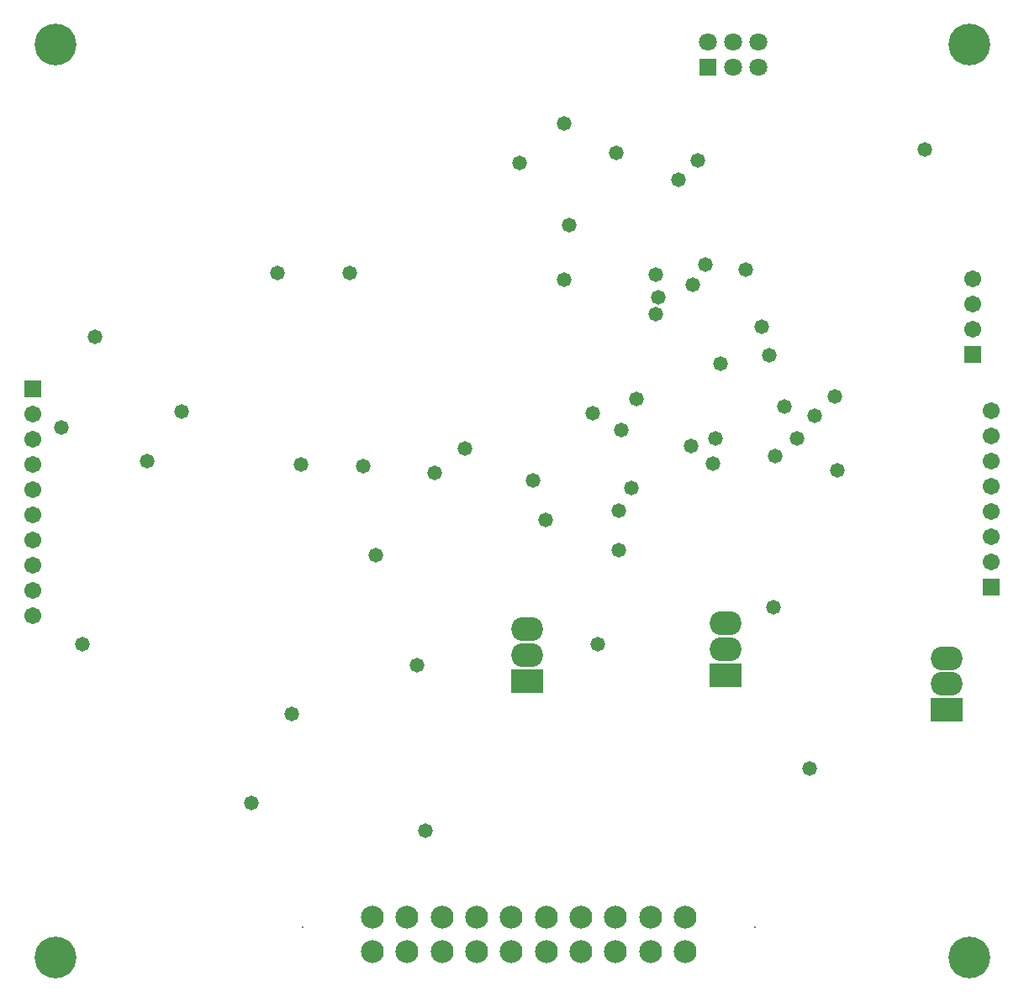
<source format=gbs>
G04*
G04 #@! TF.GenerationSoftware,Altium Limited,Altium Designer,18.0.11 (651)*
G04*
G04 Layer_Color=16711935*
%FSLAX25Y25*%
%MOIN*%
G70*
G01*
G75*
%ADD72C,0.06706*%
%ADD73R,0.06706X0.06706*%
%ADD74C,0.00800*%
%ADD75C,0.09068*%
%ADD76O,0.12611X0.09658*%
%ADD77R,0.12611X0.09658*%
%ADD78R,0.07099X0.07099*%
%ADD79C,0.07099*%
%ADD80C,0.05800*%
%ADD81C,0.16548*%
D72*
X579232Y585098D02*
D03*
Y575098D02*
D03*
Y565098D02*
D03*
X586614Y472598D02*
D03*
Y482598D02*
D03*
Y492598D02*
D03*
Y502598D02*
D03*
Y512598D02*
D03*
Y522598D02*
D03*
Y532598D02*
D03*
X206693Y521339D02*
D03*
Y451339D02*
D03*
Y461339D02*
D03*
Y471339D02*
D03*
Y481339D02*
D03*
Y491339D02*
D03*
Y501339D02*
D03*
Y511339D02*
D03*
Y531339D02*
D03*
D73*
X579232Y555098D02*
D03*
X586614Y462598D02*
D03*
X206693Y541339D02*
D03*
D74*
X492913Y327559D02*
D03*
X313779D02*
D03*
D75*
X465354Y317874D02*
D03*
X451575D02*
D03*
X437795D02*
D03*
X424016D02*
D03*
X410236D02*
D03*
X396457D02*
D03*
X382677D02*
D03*
X368898D02*
D03*
X355118D02*
D03*
X341339D02*
D03*
Y331653D02*
D03*
X465354D02*
D03*
X451575D02*
D03*
X437795D02*
D03*
X424016D02*
D03*
X410236D02*
D03*
X396457D02*
D03*
X382677D02*
D03*
X368898D02*
D03*
X355118D02*
D03*
D76*
X481299Y448189D02*
D03*
Y437992D02*
D03*
X402559Y445866D02*
D03*
Y435669D02*
D03*
X568898Y434410D02*
D03*
Y424213D02*
D03*
D77*
X481299Y427795D02*
D03*
X402559Y425472D02*
D03*
X568898Y414016D02*
D03*
D78*
X474252Y669134D02*
D03*
D79*
X484252D02*
D03*
X494252D02*
D03*
Y679134D02*
D03*
X484252D02*
D03*
X474252D02*
D03*
D80*
X312992Y511319D02*
D03*
X560236Y636319D02*
D03*
X218012Y526083D02*
D03*
X358858Y431595D02*
D03*
X410039Y489272D02*
D03*
X430807Y440158D02*
D03*
X500394Y454823D02*
D03*
X404921Y505020D02*
D03*
X440158Y524902D02*
D03*
X428543Y531791D02*
D03*
X479429Y551279D02*
D03*
X504528Y534350D02*
D03*
X509744Y521654D02*
D03*
X495571Y566043D02*
D03*
X498622Y554528D02*
D03*
X293307Y376969D02*
D03*
X438976Y477362D02*
D03*
X514764Y390748D02*
D03*
X525591Y508858D02*
D03*
X366142Y507874D02*
D03*
X251969Y512795D02*
D03*
X443898Y501968D02*
D03*
X438976Y493110D02*
D03*
X500984Y514764D02*
D03*
X476377Y511810D02*
D03*
X467519Y518700D02*
D03*
X377953Y517717D02*
D03*
X445866Y537402D02*
D03*
X516732Y530512D02*
D03*
X477362Y521654D02*
D03*
X489173Y588583D02*
D03*
X470472Y631890D02*
D03*
X524606Y538386D02*
D03*
X362205Y366142D02*
D03*
X342520Y475394D02*
D03*
X309252Y412205D02*
D03*
X226378Y439961D02*
D03*
X417323Y584646D02*
D03*
X419291Y606299D02*
D03*
X468504Y582677D02*
D03*
X473425Y590551D02*
D03*
X453740Y570866D02*
D03*
X454724Y577756D02*
D03*
X453740Y586614D02*
D03*
X303543Y587205D02*
D03*
X332480Y587402D02*
D03*
X437992Y634842D02*
D03*
X417323Y646654D02*
D03*
X399606Y630905D02*
D03*
X462598Y624409D02*
D03*
X231299Y562008D02*
D03*
X265748Y532480D02*
D03*
X337598Y510827D02*
D03*
D81*
X215748Y677953D02*
D03*
X577953D02*
D03*
Y315748D02*
D03*
X215748D02*
D03*
M02*

</source>
